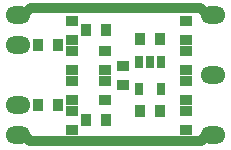
<source format=gts>
G04*
G04 #@! TF.GenerationSoftware,Altium Limited,Altium Designer,24.6.1 (21)*
G04*
G04 Layer_Color=417716*
%FSLAX25Y25*%
%MOIN*%
G70*
G04*
G04 #@! TF.SameCoordinates,EBD96B39-EC1D-4DCD-B27F-6C9CB96DE784*
G04*
G04*
G04 #@! TF.FilePolarity,Negative*
G04*
G01*
G75*
%ADD15R,0.04147X0.03556*%
%ADD16R,0.03556X0.04147*%
%ADD17R,0.03162X0.04147*%
%ADD18C,0.03300*%
%ADD19O,0.08300X0.05800*%
D15*
X61000Y6752D02*
D03*
Y13248D02*
D03*
Y36752D02*
D03*
Y43248D02*
D03*
Y26752D02*
D03*
Y33248D02*
D03*
X34000Y26752D02*
D03*
Y33248D02*
D03*
X40000Y21752D02*
D03*
Y28248D02*
D03*
X34000Y23248D02*
D03*
Y16752D02*
D03*
X23000Y23248D02*
D03*
Y16752D02*
D03*
Y13248D02*
D03*
Y6752D02*
D03*
X61000Y16752D02*
D03*
Y23248D02*
D03*
X23000Y36752D02*
D03*
Y43248D02*
D03*
Y26752D02*
D03*
Y33248D02*
D03*
D16*
X52248Y13000D02*
D03*
X45752D02*
D03*
X52248Y37000D02*
D03*
X45752D02*
D03*
X34248Y40000D02*
D03*
X27752D02*
D03*
X34248Y10000D02*
D03*
X27752D02*
D03*
X18248Y15000D02*
D03*
X11752D02*
D03*
X18248Y35000D02*
D03*
X11752D02*
D03*
D17*
X52740Y20571D02*
D03*
X45260D02*
D03*
Y29429D02*
D03*
X49000D02*
D03*
X52740D02*
D03*
D18*
X61000Y3000D02*
X66074D01*
X30500D02*
X61000D01*
X66074D02*
X68073Y5000D01*
X68750D01*
X8926Y3000D02*
X30500D01*
X6927Y5000D02*
X8926Y3000D01*
X6250Y5000D02*
X6927D01*
X15500Y47500D02*
X23000D01*
X9291D02*
X15500D01*
X23000D02*
X65709D01*
X68209Y45000D01*
X6791D02*
X9291Y47500D01*
D19*
X5000Y15000D02*
D03*
Y35000D02*
D03*
Y45000D02*
D03*
X70000D02*
D03*
Y25000D02*
D03*
Y5000D02*
D03*
X5000D02*
D03*
M02*

</source>
